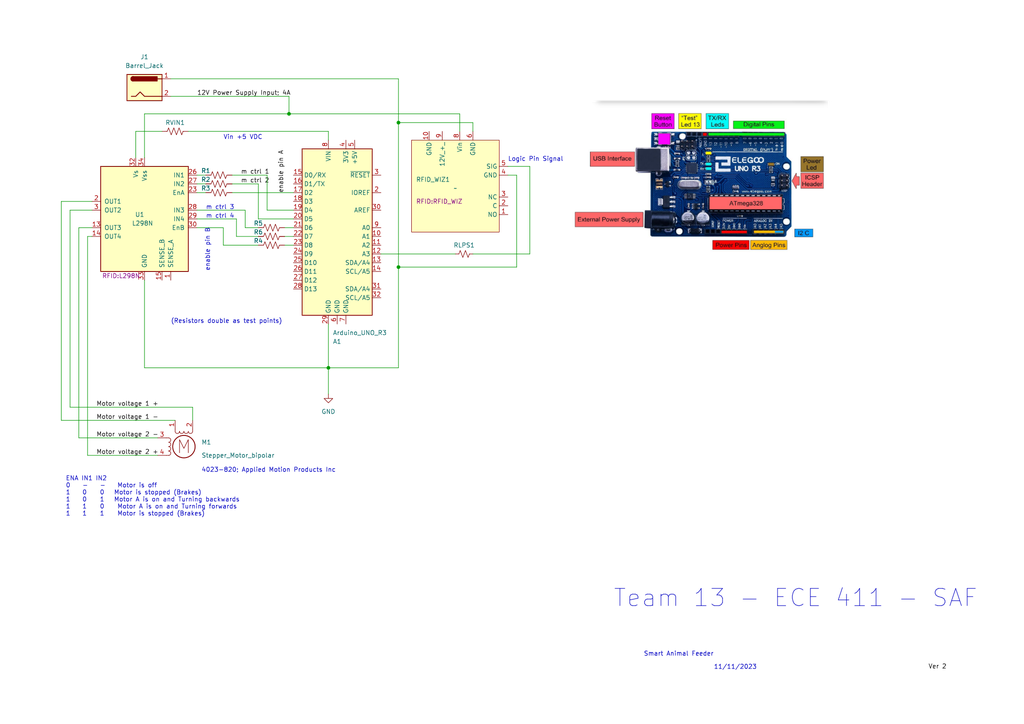
<source format=kicad_sch>
(kicad_sch (version 20230121) (generator eeschema)
  (paper "A4")
  (lib_symbols
    (symbol "Connector:Barrel_Jack" (pin_names (offset 1.016))
      (property "Reference" "J" (at 0 5.334 0))
      (property "Value" "Barrel_Jack" (at 0 -5.08 0))
      (symbol "Barrel_Jack_0_1"
        (rectangle (start -5.08 3.81) (end 5.08 -3.81) (stroke (width 0.254)) (fill (type background)))
        (arc (start -3.302 3.175) (mid -3.9343 2.54) (end -3.302 1.905) (stroke (width 0.254)))
        (arc (start -3.302 3.175) (mid -3.9343 2.54) (end -3.302 1.905) (stroke (width 0.254)) (fill (type outline)))
        (polyline (pts (xy 5.08 2.54) (xy 3.81 2.54)) (stroke (width 0.254)))
        (polyline (pts (xy -3.81 -2.54) (xy -2.54 -2.54) (xy -1.27 -1.27) (xy 0 -2.54) (xy 2.54 -2.54) (xy 5.08 -2.54)) (stroke (width 0.254)))
        (rectangle (start 3.683 3.175) (end -3.302 1.905) (stroke (width 0.254)) (fill (type outline)))
      )
      (symbol "Barrel_Jack_1_1"
        (pin passive line (at 7.62 2.54 180) (length 2.54) (name "~") (number "1"))
        (pin passive line (at 7.62 -2.54 180) (length 2.54) (name "~") (number "2"))
      )
    )
    (symbol "Device:R_Small_US" (pin_numbers hide) (pin_names (offset 0.254) hide)
      (property "Reference" "R" (at 0.762 0.508 0))
      (property "Value" "R_Small_US" (at 0.762 -1.016 0))
      (symbol "R_Small_US_1_1"
        (polyline (pts (xy 0 0) (xy 1.016 -0.381) (xy 0 -0.762) (xy -1.016 -1.143) (xy 0 -1.524)))
        (polyline (pts (xy 0 1.524) (xy 1.016 1.143) (xy 0 0.762) (xy -1.016 0.381) (xy 0 0)))
        (pin passive line (at 0 2.54 270) (length 1.016) (name "~") (number "1"))
        (pin passive line (at 0 -2.54 90) (length 1.016) (name "~") (number "2"))
      )
    )
    (symbol "Device:R_US" (pin_numbers hide) (pin_names (offset 0))
      (property "Reference" "R" (at 2.54 0 90))
      (property "Value" "R_US" (at -2.54 0 90))
      (symbol "R_US_0_1"
        (polyline (pts (xy 0 -2.286) (xy 0 -2.54)))
        (polyline (pts (xy 0 2.286) (xy 0 2.54)))
        (polyline (pts (xy 0 -0.762) (xy 1.016 -1.143) (xy 0 -1.524) (xy -1.016 -1.905) (xy 0 -2.286)))
        (polyline (pts (xy 0 0.762) (xy 1.016 0.381) (xy 0 0) (xy -1.016 -0.381) (xy 0 -0.762)))
        (polyline (pts (xy 0 2.286) (xy 1.016 1.905) (xy 0 1.524) (xy -1.016 1.143) (xy 0 0.762)))
      )
      (symbol "R_US_1_1"
        (pin passive line (at 0 3.81 270) (length 1.27) (name "~") (number "1"))
        (pin passive line (at 0 -3.81 90) (length 1.27) (name "~") (number "2"))
      )
    )
    (symbol "Driver_Motor:L298N" (pin_names (offset 1.016))
      (property "Reference" "U1" (at 0 1.27 0))
      (property "Value" "L298N" (at -2.54 -1.27 0))
      (property "Footprint" "RFID:L298N" (at 1.27 -16.51 0))
      (symbol "L298N_0_1"
        (rectangle (start -12.7 15.24) (end 12.7 -15.24) (stroke (width 0.254)) (fill (type background)))
      )
      (symbol "L298N_1_1"
        (pin power_in line (at -7.62 -17.78 90) (length 2.54) (name "SENSE_A") (number "1"))
        (pin output line (at 15.24 -2.54 180) (length 2.54) (name "OUT3") (number "13"))
        (pin output line (at 15.24 -5.08 180) (length 2.54) (name "OUT4") (number "14"))
        (pin power_in line (at -5.08 -17.78 90) (length 2.54) (name "SENSE_B") (number "15"))
        (pin output line (at 15.24 5.08 180) (length 2.54) (name "OUT1") (number "2"))
        (pin input line (at -15.24 7.62 0) (length 2.54) (name "EnA") (number "23"))
        (pin input line (at -15.24 12.7 0) (length 2.54) (name "IN1") (number "26"))
        (pin input line (at -15.24 10.16 0) (length 2.54) (name "IN2") (number "27"))
        (pin input line (at -15.24 2.54 0) (length 2.54) (name "IN3") (number "28"))
        (pin input line (at -15.24 0 0) (length 2.54) (name "IN4") (number "29"))
        (pin output line (at 15.24 2.54 180) (length 2.54) (name "OUT2") (number "3"))
        (pin input line (at -15.24 -2.54 0) (length 2.54) (name "EnB") (number "30"))
        (pin power_out line (at 2.54 17.78 270) (length 2.54) (name "Vs") (number "32"))
        (pin bidirectional line (at 0 -17.78 90) (length 2.54) (name "GND") (number "33"))
        (pin power_in line (at 0 17.78 270) (length 2.54) (name "Vss") (number "34"))
      )
    )
    (symbol "MCU_Module:Arduino_UNO_R3"
      (property "Reference" "A" (at -10.16 23.495 0))
      (property "Value" "Arduino_UNO_R3" (at 5.08 -26.67 0))
      (symbol "Arduino_UNO_R3_0_1"
        (rectangle (start -10.16 22.86) (end 10.16 -25.4) (stroke (width 0.254)) (fill (type background)))
      )
      (symbol "Arduino_UNO_R3_1_1"
        (pin no_connect line (at -10.16 -20.32 0) (length 2.54) hide (name "NC") (number "1"))
        (pin bidirectional line (at 12.7 -2.54 180) (length 2.54) (name "A1") (number "10"))
        (pin bidirectional line (at 12.7 -5.08 180) (length 2.54) (name "A2") (number "11"))
        (pin bidirectional line (at 12.7 -7.62 180) (length 2.54) (name "A3") (number "12"))
        (pin bidirectional line (at 12.7 -10.16 180) (length 2.54) (name "SDA/A4") (number "13"))
        (pin bidirectional line (at 12.7 -12.7 180) (length 2.54) (name "SCL/A5") (number "14"))
        (pin bidirectional line (at -12.7 15.24 0) (length 2.54) (name "D0/RX") (number "15"))
        (pin bidirectional line (at -12.7 12.7 0) (length 2.54) (name "D1/TX") (number "16"))
        (pin bidirectional line (at -12.7 10.16 0) (length 2.54) (name "D2") (number "17"))
        (pin bidirectional line (at -12.7 7.62 0) (length 2.54) (name "D3") (number "18"))
        (pin bidirectional line (at -12.7 5.08 0) (length 2.54) (name "D4") (number "19"))
        (pin output line (at 12.7 10.16 180) (length 2.54) (name "IOREF") (number "2"))
        (pin bidirectional line (at -12.7 2.54 0) (length 2.54) (name "D5") (number "20"))
        (pin bidirectional line (at -12.7 0 0) (length 2.54) (name "D6") (number "21"))
        (pin bidirectional line (at -12.7 -2.54 0) (length 2.54) (name "D7") (number "22"))
        (pin bidirectional line (at -12.7 -5.08 0) (length 2.54) (name "D8") (number "23"))
        (pin bidirectional line (at -12.7 -7.62 0) (length 2.54) (name "D9") (number "24"))
        (pin bidirectional line (at -12.7 -10.16 0) (length 2.54) (name "D10") (number "25"))
        (pin bidirectional line (at -12.7 -12.7 0) (length 2.54) (name "D11") (number "26"))
        (pin bidirectional line (at -12.7 -15.24 0) (length 2.54) (name "D12") (number "27"))
        (pin bidirectional line (at -12.7 -17.78 0) (length 2.54) (name "D13") (number "28"))
        (pin power_in line (at -2.54 -27.94 90) (length 2.54) (name "GND") (number "29"))
        (pin input line (at 12.7 15.24 180) (length 2.54) (name "~{RESET}") (number "3"))
        (pin input line (at 12.7 5.08 180) (length 2.54) (name "AREF") (number "30"))
        (pin bidirectional line (at 12.7 -17.78 180) (length 2.54) (name "SDA/A4") (number "31"))
        (pin bidirectional line (at 12.7 -20.32 180) (length 2.54) (name "SCL/A5") (number "32"))
        (pin power_out line (at 2.54 25.4 270) (length 2.54) (name "3V3") (number "4"))
        (pin power_out line (at 5.08 25.4 270) (length 2.54) (name "+5V") (number "5"))
        (pin power_in line (at 0 -27.94 90) (length 2.54) (name "GND") (number "6"))
        (pin power_in line (at 2.54 -27.94 90) (length 2.54) (name "GND") (number "7"))
        (pin power_in line (at -2.54 25.4 270) (length 2.54) (name "VIN") (number "8"))
        (pin bidirectional line (at 12.7 0 180) (length 2.54) (name "A0") (number "9"))
      )
    )
    (symbol "Motor:Stepper_Motor_bipolar" (pin_names (offset 0) hide)
      (property "Reference" "M" (at 3.81 2.54 0))
      (property "Value" "Stepper_Motor_bipolar" (at 3.81 1.27 0))
      (symbol "Stepper_Motor_bipolar_0_0"
        (polyline (pts (xy -1.27 -1.778) (xy -1.27 2.032) (xy 0 -0.508) (xy 1.27 2.032) (xy 1.27 -1.778)))
      )
      (symbol "Stepper_Motor_bipolar_0_1"
        (arc (start -4.445 -2.54) (mid -3.8127 -1.905) (end -4.445 -1.27))
        (arc (start -4.445 -1.27) (mid -3.8127 -0.635) (end -4.445 0))
        (arc (start -4.445 0) (mid -3.8127 0.635) (end -4.445 1.27))
        (arc (start -4.445 1.27) (mid -3.8127 1.905) (end -4.445 2.54))
        (arc (start -2.54 4.445) (mid -1.905 3.8127) (end -1.27 4.445))
        (arc (start -1.27 4.445) (mid -0.635 3.8127) (end 0 4.445))
        (polyline (pts (xy -5.08 -2.54) (xy -4.445 -2.54)))
        (polyline (pts (xy -5.08 2.54) (xy -4.445 2.54)))
        (polyline (pts (xy -2.54 5.08) (xy -2.54 4.445)))
        (polyline (pts (xy 2.54 5.08) (xy 2.54 4.445)))
        (circle (center 0 0) (radius 3.2512) (stroke (width 0.254)))
        (arc (start 0 4.445) (mid 0.635 3.8127) (end 1.27 4.445))
        (arc (start 1.27 4.445) (mid 1.905 3.8127) (end 2.54 4.445))
      )
      (symbol "Stepper_Motor_bipolar_1_1"
        (pin passive line (at -2.54 7.62 270) (length 2.54) (name "~") (number "1"))
        (pin passive line (at 2.54 7.62 270) (length 2.54) (name "-") (number "2"))
        (pin passive line (at -7.62 2.54 0) (length 2.54) (name "~") (number "3"))
        (pin passive line (at -7.62 -2.54 0) (length 2.54) (name "~") (number "4"))
      )
    )
    (symbol "RFID_WIZ:RFID_WIZ"
      (property "Reference" "RFID_WIZ1" (at -11.43 2.54 0))
      (property "Value" "~" (at 0 0 0))
      (property "Footprint" "RFID:RFID_WIZ" (at -11.43 -3.81 0))
      (symbol "RFID_WIZ_1_1"
        (rectangle (start -12.7 13.97) (end 12.7 -12.7) (fill (type background)))
        (pin output line (at 15.24 -7.62 180) (length 2.54) (name "NO") (number "1"))
        (pin bidirectional line (at -7.62 16.51 270) (length 2.54) (name "GND") (number "10"))
        (pin output line (at 15.24 -5.08 180) (length 2.54) (name "C") (number "2"))
        (pin output line (at 15.24 -2.54 180) (length 2.54) (name "NC") (number "3"))
        (pin bidirectional line (at 15.24 3.81 180) (length 2.54) (name "GND") (number "4"))
        (pin output line (at 15.24 6.35 180) (length 2.54) (name "SIG") (number "5"))
        (pin output line (at 5.08 16.51 270) (length 2.54) (name "GND") (number "6"))
        (pin power_out line (at 1.27 16.51 270) (length 2.54) (name "Vin") (number "8"))
        (pin power_in line (at -3.81 16.51 270) (length 2.54) (name "12V_+_") (number "9"))
      )
    )
    (symbol "power:GND" (power) (pin_names (offset 0))
      (property "Value" "GND" (at 0 -3.81 0))
      (symbol "GND_0_1"
        (polyline (pts (xy 0 0) (xy 0 -1.27) (xy 1.27 -1.27) (xy 0 -2.54) (xy -1.27 -1.27) (xy 0 -1.27)))
      )
      (symbol "GND_1_1"
        (pin power_in line (at 0 0 270) (length 0) hide (name "GND") (number "1"))
      )
    )
  )
  (junction (at 115.57 35.56))
  (junction (at 83.82 33.02))
  (junction (at 95.25 106.68))
  (junction (at 115.57 77.47))
  (wire (pts (xy 67.31 53.34) (xy 74.93 53.34)))
  (wire (pts (xy 55.88 118.11) (xy 55.88 121.92)))
  (wire (pts (xy 149.86 50.8) (xy 149.86 77.47)))
  (wire (pts (xy 39.37 38.1) (xy 46.99 38.1)))
  (wire (pts (xy 57.15 55.88) (xy 59.69 55.88)))
  (wire (pts (xy 39.37 45.72) (xy 39.37 38.1)))
  (wire (pts (xy 17.78 58.42) (xy 17.78 121.92)))
  (wire (pts (xy 149.86 77.47) (xy 115.57 77.47)))
  (wire (pts (xy 77.47 60.96) (xy 85.09 60.96)))
  (wire (pts (xy 22.86 127) (xy 45.72 127)))
  (wire (pts (xy 82.55 66.04) (xy 85.09 66.04)))
  (wire (pts (xy 71.12 66.04) (xy 71.12 60.96)))
  (wire (pts (xy 41.91 81.28) (xy 41.91 106.68)))
  (wire (pts (xy 115.57 77.47) (xy 115.57 106.68)))
  (wire (pts (xy 20.32 118.11) (xy 55.88 118.11)))
  (wire (pts (xy 95.25 38.1) (xy 95.25 40.64)))
  (wire (pts (xy 64.77 66.04) (xy 57.15 66.04)))
  (wire (pts (xy 25.4 132.08) (xy 45.72 132.08)))
  (wire (pts (xy 153.67 48.26) (xy 153.67 73.66)))
  (wire (pts (xy 49.53 27.94) (xy 83.82 27.94)))
  (wire (pts (xy 147.32 48.26) (xy 153.67 48.26)))
  (wire (pts (xy 83.82 33.02) (xy 133.35 33.02)))
  (wire (pts (xy 74.93 71.12) (xy 64.77 71.12)))
  (wire (pts (xy 95.25 106.68) (xy 95.25 114.3)))
  (wire (pts (xy 82.55 68.58) (xy 85.09 68.58)))
  (wire (pts (xy 115.57 106.68) (xy 95.25 106.68)))
  (wire (pts (xy 68.58 68.58) (xy 68.58 63.5)))
  (wire (pts (xy 57.15 53.34) (xy 59.69 53.34)))
  (wire (pts (xy 57.15 50.8) (xy 59.69 50.8)))
  (wire (pts (xy 41.91 33.02) (xy 83.82 33.02)))
  (wire (pts (xy 41.91 45.72) (xy 41.91 33.02)))
  (wire (pts (xy 41.91 106.68) (xy 95.25 106.68)))
  (wire (pts (xy 17.78 121.92) (xy 50.8 121.92)))
  (wire (pts (xy 67.31 50.8) (xy 77.47 50.8)))
  (wire (pts (xy 25.4 68.58) (xy 25.4 132.08)))
  (wire (pts (xy 54.61 38.1) (xy 95.25 38.1)))
  (wire (pts (xy 26.67 60.96) (xy 20.32 60.96)))
  (wire (pts (xy 74.93 66.04) (xy 71.12 66.04)))
  (wire (pts (xy 49.53 22.86) (xy 115.57 22.86)))
  (wire (pts (xy 82.55 71.12) (xy 85.09 71.12)))
  (wire (pts (xy 67.31 55.88) (xy 85.09 55.88)))
  (wire (pts (xy 77.47 50.8) (xy 77.47 60.96)))
  (wire (pts (xy 137.16 73.66) (xy 153.67 73.66)))
  (wire (pts (xy 74.93 68.58) (xy 68.58 68.58)))
  (wire (pts (xy 26.67 58.42) (xy 17.78 58.42)))
  (wire (pts (xy 26.67 66.04) (xy 22.86 66.04)))
  (wire (pts (xy 68.58 63.5) (xy 57.15 63.5)))
  (wire (pts (xy 137.16 35.56) (xy 115.57 35.56)))
  (wire (pts (xy 110.49 73.66) (xy 132.08 73.66)))
  (wire (pts (xy 95.25 93.98) (xy 95.25 106.68)))
  (wire (pts (xy 83.82 27.94) (xy 83.82 33.02)))
  (wire (pts (xy 147.32 50.8) (xy 149.86 50.8)))
  (wire (pts (xy 74.93 63.5) (xy 85.09 63.5)))
  (wire (pts (xy 71.12 60.96) (xy 57.15 60.96)))
  (wire (pts (xy 115.57 35.56) (xy 115.57 77.47)))
  (wire (pts (xy 25.4 68.58) (xy 26.67 68.58)))
  (wire (pts (xy 74.93 53.34) (xy 74.93 63.5)))
  (wire (pts (xy 22.86 66.04) (xy 22.86 127)))
  (wire (pts (xy 115.57 22.86) (xy 115.57 35.56)))
  (wire (pts (xy 137.16 38.1) (xy 137.16 35.56)))
  (wire (pts (xy 64.77 71.12) (xy 64.77 66.04)))
  (wire (pts (xy 133.35 33.02) (xy 133.35 38.1)))
  (wire (pts (xy 20.32 60.96) (xy 20.32 118.11)))
  (image (at 203.2 52.07) (scale 1.38461))
  (text "(Resistors double as test points)" (at 49.53 93.98 0) (effects (font (size 1.27 1.27)) (justify left bottom)))
  (text "m ctrl 3" (at 59.69 60.96 0) (effects (font (size 1.27 1.27)) (justify left bottom)))
  (text "Logic Pin Signal\n" (at 147.32 46.99 0) (effects (font (size 1.27 1.27)) (justify left bottom)))
  (text "Smart Animal Feeder" (at 186.69 190.5 0) (effects (font (size 1.27 1.27)) (justify left bottom)))
  (text "4023-820; Applied Motion Products Inc" (at 58.42 137.16 0) (effects (font (size 1.27 1.27)) (justify left bottom)))
  (text "Vin +5 VDC\n" (at 64.77 40.64 0) (effects (font (size 1.27 1.27)) (justify left bottom)))
  (text "enable pin B\n" (at 60.96 78.74 90) (effects (font (size 1.27 1.27)) (justify left bottom)))
  (text "ENA IN1 IN2 \n0	- 	-	Motor is off\n1	0	0   Motor is stopped (Brakes)\n1	0	1   Motor A is on and Turning backwards\n1	1	0	Motor A is on and Turning forwards\n1	1	1	Motor is stopped (Brakes)" (at 19.05 149.86 0) (effects (font (size 1.27 1.27)) (justify left bottom)))
  (text "11/11/2023\n" (at 207.01 194.31 0) (effects (font (size 1.27 1.27)) (justify left bottom)))
  (text "Team 13 - ECE 411 - SAF " (at 177.8 176.53 0) (effects (font (size 5 5)) (justify left bottom)))
  (text "m ctrl 4\n" (at 59.69 63.5 0) (effects (font (size 1.27 1.27)) (justify left bottom)))
  (label "m ctrl 2" (at 69.85 53.34 0))
  (label "Motor voltage 2 -" (at 27.94 127 0))
  (label "enable pin A" (at 82.55 55.88 90))
  (label "m ctrl 1" (at 69.85 50.8 0))
  (label "Motor voltage 1 +" (at 27.94 118.11 0))
  (label "Motor voltage 2 +" (at 27.94 132.08 0))
  (label "Ver 2" (at 269.24 194.31 0))
  (label "Motor voltage 1 -" (at 27.94 121.92 0))
  (label "12V Power Supply Input; 4A" (at 57.15 27.94 0))
  (symbol (lib_id "MCU_Module:Arduino_UNO_R3") (at 97.79 66.04 0) (unit 1)
    (property "Reference" "A1" (at 96.52 99.06 0) (effects (justify left)))
    (property "Value" "Arduino_UNO_R3" (at 96.52 96.52 0) (effects (justify left)))
    (property "Footprint" "Module:Arduino_UNO_R3_WithMountingHoles" (effects hide))
    (property "Datasheet" "https://www.arduino.cc/en/Main/arduinoBoardUno" (effects hide))
  )
  (symbol (lib_id "Device:R_US") (at 50.8 38.1 270) (unit 1)
    (property "Reference" "RVIN1" (at 50.8 35.56 90))
    (property "Value" "R_US" (effects hide))
    (property "Footprint" "Resistor_SMD:R_0603_1608Metric" (effects hide))
  )
  (symbol (lib_id "Device:R_US") (at 78.74 71.12 270) (unit 1)
    (property "Reference" "R4" (at 74.93 69.85 90))
    (property "Value" "R_US" (effects hide))
    (property "Footprint" "Resistor_SMD:R_0402_1005Metric" (effects hide))
  )
  (symbol (lib_id "Device:R_US") (at 63.5 53.34 270) (unit 1)
    (property "Reference" "R2" (at 59.69 52.07 90))
    (property "Value" "R_US" (effects hide))
    (property "Footprint" "Resistor_SMD:R_0402_1005Metric" (effects hide))
  )
  (symbol (lib_id "Device:R_US") (at 63.5 55.88 270) (unit 1)
    (property "Reference" "R3" (at 59.69 54.61 90))
    (property "Value" "R_US" (effects hide))
    (property "Footprint" "Resistor_SMD:R_0402_1005Metric" (effects hide))
  )
  (symbol (lib_id "Device:R_Small_US") (at 134.62 73.66 270) (unit 1)
    (property "Reference" "RLPS1" (at 134.62 71.12 90))
    (property "Value" "R_Small_US" (effects hide))
    (property "Footprint" "Resistor_SMD:R_0402_1005Metric" (effects hide))
  )
  (symbol (lib_id "Motor:Stepper_Motor_bipolar") (at 53.34 129.54 0) (unit 1)
    (property "Reference" "M1" (at 58.42 128.27 0) (effects (justify left)))
    (property "Value" "Stepper_Motor_bipolar" (at 58.42 132.08 0) (effects (justify left)))
    (property "Datasheet" "http://www.infineon.com/dgdl/Application-Note-TLE8110EE_driving_UniPolarStepperMotor_V1.1.pdf?fileId=db3a30431be39b97011be5d0aa0a00b0" (effects hide))
  )
  (symbol (lib_id "Device:R_US") (at 78.74 66.04 270) (unit 1)
    (property "Reference" "R5" (at 74.93 64.77 90))
    (property "Value" "R_US" (effects hide))
    (property "Footprint" "Resistor_SMD:R_0402_1005Metric" (effects hide))
  )
  (symbol (lib_id "Device:R_US") (at 78.74 68.58 270) (unit 1)
    (property "Reference" "R6" (at 74.93 67.31 90))
    (property "Value" "R_US" (effects hide))
    (property "Footprint" "Resistor_SMD:R_0402_1005Metric" (effects hide))
  )
  (symbol (lib_id "Driver_Motor:L298N") (at 41.91 63.5 0) (mirror y) (unit 1)
    (property "Reference" "U1" (at 41.91 62.23 0) (effects (justify left)))
    (property "Value" "L298N" (at 44.45 64.77 0) (effects (justify left)))
    (property "Footprint" "RFID:L298N" (at 40.64 80.01 0) (effects (justify left)))
    (property "Datasheet" "http://www.st.com/st-web-ui/static/active/en/resource/technical/document/datasheet/CD00000240.pdf" (effects hide))
  )
  (symbol (lib_id "RFID_WIZ:RFID_WIZ") (at 132.08 54.61 0) (unit 1)
    (property "Reference" "RFID_WIZ1" (at 120.65 52.07 0) (effects (justify left)))
    (property "Value" "~" (at 132.08 54.61 0))
    (property "Footprint" "RFID:RFID_WIZ" (at 120.65 58.42 0) (effects (justify left)))
  )
  (symbol (lib_id "Device:R_US") (at 63.5 50.8 270) (unit 1)
    (property "Reference" "R1" (at 59.69 49.53 90))
    (property "Value" "R_US" (effects hide))
    (property "Footprint" "Resistor_SMD:R_0402_1005Metric" (effects hide))
  )
  (symbol (lib_id "Connector:Barrel_Jack") (at 41.91 25.4 0) (unit 1)
    (property "Reference" "J1" (at 41.91 16.51 0))
    (property "Value" "Barrel_Jack" (at 41.91 19.05 0))
    (property "Footprint" "Connector_BarrelJack:BarrelJack_GCT_DCJ200-10-A_Horizontal" (effects hide))
  )
  (symbol (lib_id "power:GND") (at 95.25 114.3 0) (unit 1)
    (property "Reference" "#PWR01" (effects hide))
    (property "Value" "GND" (at 95.25 119.38 0))
  )
)
</source>
